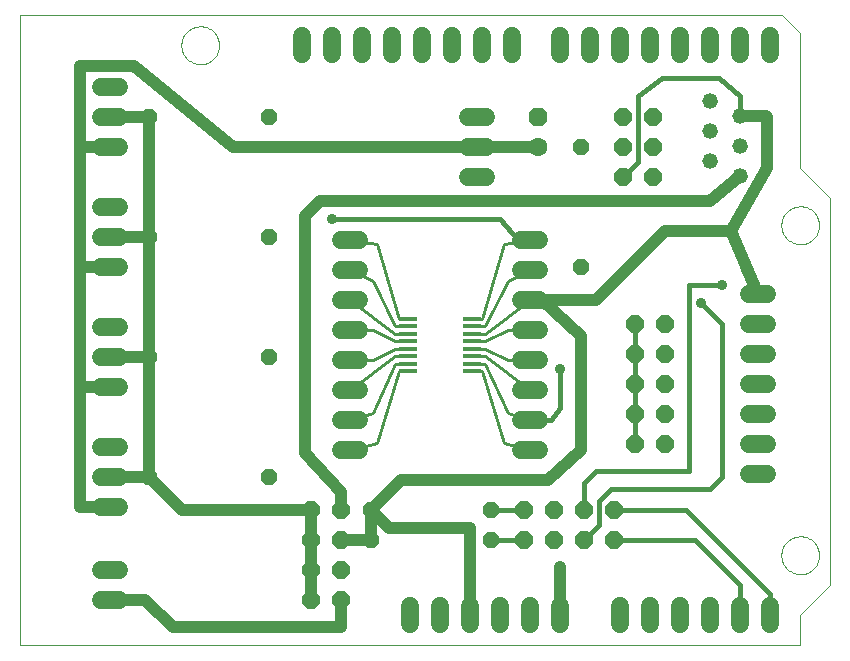
<source format=gtl>
G75*
G70*
%OFA0B0*%
%FSLAX24Y24*%
%IPPOS*%
%LPD*%
%AMOC8*
5,1,8,0,0,1.08239X$1,22.5*
%
%ADD10C,0.0000*%
%ADD11C,0.0600*%
%ADD12OC8,0.0520*%
%ADD13OC8,0.0600*%
%ADD14C,0.0520*%
%ADD15OC8,0.0630*%
%ADD16C,0.0630*%
%ADD17R,0.0591X0.0177*%
%ADD18C,0.0100*%
%ADD19C,0.0356*%
%ADD20C,0.0160*%
%ADD21C,0.0400*%
%ADD22C,0.0400*%
D10*
X002631Y000101D02*
X002631Y021101D01*
X028031Y021101D01*
X028631Y020501D01*
X028631Y016001D01*
X029631Y015001D01*
X029631Y002101D01*
X028631Y001101D01*
X028631Y000101D01*
X002631Y000101D01*
X028001Y003101D02*
X028003Y003151D01*
X028009Y003201D01*
X028019Y003250D01*
X028033Y003298D01*
X028050Y003345D01*
X028071Y003390D01*
X028096Y003434D01*
X028124Y003475D01*
X028156Y003514D01*
X028190Y003551D01*
X028227Y003585D01*
X028267Y003615D01*
X028309Y003642D01*
X028353Y003666D01*
X028399Y003687D01*
X028446Y003703D01*
X028494Y003716D01*
X028544Y003725D01*
X028593Y003730D01*
X028644Y003731D01*
X028694Y003728D01*
X028743Y003721D01*
X028792Y003710D01*
X028840Y003695D01*
X028886Y003677D01*
X028931Y003655D01*
X028974Y003629D01*
X029015Y003600D01*
X029054Y003568D01*
X029090Y003533D01*
X029122Y003495D01*
X029152Y003455D01*
X029179Y003412D01*
X029202Y003368D01*
X029221Y003322D01*
X029237Y003274D01*
X029249Y003225D01*
X029257Y003176D01*
X029261Y003126D01*
X029261Y003076D01*
X029257Y003026D01*
X029249Y002977D01*
X029237Y002928D01*
X029221Y002880D01*
X029202Y002834D01*
X029179Y002790D01*
X029152Y002747D01*
X029122Y002707D01*
X029090Y002669D01*
X029054Y002634D01*
X029015Y002602D01*
X028974Y002573D01*
X028931Y002547D01*
X028886Y002525D01*
X028840Y002507D01*
X028792Y002492D01*
X028743Y002481D01*
X028694Y002474D01*
X028644Y002471D01*
X028593Y002472D01*
X028544Y002477D01*
X028494Y002486D01*
X028446Y002499D01*
X028399Y002515D01*
X028353Y002536D01*
X028309Y002560D01*
X028267Y002587D01*
X028227Y002617D01*
X028190Y002651D01*
X028156Y002688D01*
X028124Y002727D01*
X028096Y002768D01*
X028071Y002812D01*
X028050Y002857D01*
X028033Y002904D01*
X028019Y002952D01*
X028009Y003001D01*
X028003Y003051D01*
X028001Y003101D01*
X028001Y014101D02*
X028003Y014151D01*
X028009Y014201D01*
X028019Y014250D01*
X028033Y014298D01*
X028050Y014345D01*
X028071Y014390D01*
X028096Y014434D01*
X028124Y014475D01*
X028156Y014514D01*
X028190Y014551D01*
X028227Y014585D01*
X028267Y014615D01*
X028309Y014642D01*
X028353Y014666D01*
X028399Y014687D01*
X028446Y014703D01*
X028494Y014716D01*
X028544Y014725D01*
X028593Y014730D01*
X028644Y014731D01*
X028694Y014728D01*
X028743Y014721D01*
X028792Y014710D01*
X028840Y014695D01*
X028886Y014677D01*
X028931Y014655D01*
X028974Y014629D01*
X029015Y014600D01*
X029054Y014568D01*
X029090Y014533D01*
X029122Y014495D01*
X029152Y014455D01*
X029179Y014412D01*
X029202Y014368D01*
X029221Y014322D01*
X029237Y014274D01*
X029249Y014225D01*
X029257Y014176D01*
X029261Y014126D01*
X029261Y014076D01*
X029257Y014026D01*
X029249Y013977D01*
X029237Y013928D01*
X029221Y013880D01*
X029202Y013834D01*
X029179Y013790D01*
X029152Y013747D01*
X029122Y013707D01*
X029090Y013669D01*
X029054Y013634D01*
X029015Y013602D01*
X028974Y013573D01*
X028931Y013547D01*
X028886Y013525D01*
X028840Y013507D01*
X028792Y013492D01*
X028743Y013481D01*
X028694Y013474D01*
X028644Y013471D01*
X028593Y013472D01*
X028544Y013477D01*
X028494Y013486D01*
X028446Y013499D01*
X028399Y013515D01*
X028353Y013536D01*
X028309Y013560D01*
X028267Y013587D01*
X028227Y013617D01*
X028190Y013651D01*
X028156Y013688D01*
X028124Y013727D01*
X028096Y013768D01*
X028071Y013812D01*
X028050Y013857D01*
X028033Y013904D01*
X028019Y013952D01*
X028009Y014001D01*
X028003Y014051D01*
X028001Y014101D01*
X008001Y020101D02*
X008003Y020151D01*
X008009Y020201D01*
X008019Y020250D01*
X008033Y020298D01*
X008050Y020345D01*
X008071Y020390D01*
X008096Y020434D01*
X008124Y020475D01*
X008156Y020514D01*
X008190Y020551D01*
X008227Y020585D01*
X008267Y020615D01*
X008309Y020642D01*
X008353Y020666D01*
X008399Y020687D01*
X008446Y020703D01*
X008494Y020716D01*
X008544Y020725D01*
X008593Y020730D01*
X008644Y020731D01*
X008694Y020728D01*
X008743Y020721D01*
X008792Y020710D01*
X008840Y020695D01*
X008886Y020677D01*
X008931Y020655D01*
X008974Y020629D01*
X009015Y020600D01*
X009054Y020568D01*
X009090Y020533D01*
X009122Y020495D01*
X009152Y020455D01*
X009179Y020412D01*
X009202Y020368D01*
X009221Y020322D01*
X009237Y020274D01*
X009249Y020225D01*
X009257Y020176D01*
X009261Y020126D01*
X009261Y020076D01*
X009257Y020026D01*
X009249Y019977D01*
X009237Y019928D01*
X009221Y019880D01*
X009202Y019834D01*
X009179Y019790D01*
X009152Y019747D01*
X009122Y019707D01*
X009090Y019669D01*
X009054Y019634D01*
X009015Y019602D01*
X008974Y019573D01*
X008931Y019547D01*
X008886Y019525D01*
X008840Y019507D01*
X008792Y019492D01*
X008743Y019481D01*
X008694Y019474D01*
X008644Y019471D01*
X008593Y019472D01*
X008544Y019477D01*
X008494Y019486D01*
X008446Y019499D01*
X008399Y019515D01*
X008353Y019536D01*
X008309Y019560D01*
X008267Y019587D01*
X008227Y019617D01*
X008190Y019651D01*
X008156Y019688D01*
X008124Y019727D01*
X008096Y019768D01*
X008071Y019812D01*
X008050Y019857D01*
X008033Y019904D01*
X008019Y019952D01*
X008009Y020001D01*
X008003Y020051D01*
X008001Y020101D01*
D11*
X005931Y018701D02*
X005331Y018701D01*
X005331Y017701D02*
X005931Y017701D01*
X005931Y016701D02*
X005331Y016701D01*
X005331Y014701D02*
X005931Y014701D01*
X005931Y013701D02*
X005331Y013701D01*
X005331Y012701D02*
X005931Y012701D01*
X005931Y010701D02*
X005331Y010701D01*
X005331Y009701D02*
X005931Y009701D01*
X005931Y008701D02*
X005331Y008701D01*
X005331Y006701D02*
X005931Y006701D01*
X005931Y005701D02*
X005331Y005701D01*
X005331Y004701D02*
X005931Y004701D01*
X005931Y002601D02*
X005331Y002601D01*
X005331Y001601D02*
X005931Y001601D01*
X013331Y006601D02*
X013931Y006601D01*
X013931Y007601D02*
X013331Y007601D01*
X013331Y008601D02*
X013931Y008601D01*
X013931Y009601D02*
X013331Y009601D01*
X013331Y010601D02*
X013931Y010601D01*
X013931Y011601D02*
X013331Y011601D01*
X013331Y012601D02*
X013931Y012601D01*
X013931Y013601D02*
X013331Y013601D01*
X017556Y015701D02*
X018156Y015701D01*
X018156Y016701D02*
X017556Y016701D01*
X017556Y017701D02*
X018156Y017701D01*
X018031Y019801D02*
X018031Y020401D01*
X019031Y020401D02*
X019031Y019801D01*
X020631Y019801D02*
X020631Y020401D01*
X021631Y020401D02*
X021631Y019801D01*
X022631Y019801D02*
X022631Y020401D01*
X023631Y020401D02*
X023631Y019801D01*
X024631Y019801D02*
X024631Y020401D01*
X025631Y020401D02*
X025631Y019801D01*
X026631Y019801D02*
X026631Y020401D01*
X027631Y020401D02*
X027631Y019801D01*
X019931Y013601D02*
X019331Y013601D01*
X019331Y012601D02*
X019931Y012601D01*
X019931Y011601D02*
X019331Y011601D01*
X019331Y010601D02*
X019931Y010601D01*
X019931Y009601D02*
X019331Y009601D01*
X019331Y008601D02*
X019931Y008601D01*
X019931Y007601D02*
X019331Y007601D01*
X019331Y006601D02*
X019931Y006601D01*
X026931Y006801D02*
X027531Y006801D01*
X027531Y007801D02*
X026931Y007801D01*
X026931Y008801D02*
X027531Y008801D01*
X027531Y009801D02*
X026931Y009801D01*
X026931Y010801D02*
X027531Y010801D01*
X027531Y011801D02*
X026931Y011801D01*
X026931Y005801D02*
X027531Y005801D01*
X027631Y001401D02*
X027631Y000801D01*
X026631Y000801D02*
X026631Y001401D01*
X025631Y001401D02*
X025631Y000801D01*
X024631Y000801D02*
X024631Y001401D01*
X023631Y001401D02*
X023631Y000801D01*
X022631Y000801D02*
X022631Y001401D01*
X020631Y001401D02*
X020631Y000801D01*
X019631Y000801D02*
X019631Y001401D01*
X018631Y001401D02*
X018631Y000801D01*
X017631Y000801D02*
X017631Y001401D01*
X016631Y001401D02*
X016631Y000801D01*
X015631Y000801D02*
X015631Y001401D01*
X016031Y019801D02*
X016031Y020401D01*
X017031Y020401D02*
X017031Y019801D01*
X015031Y019801D02*
X015031Y020401D01*
X014031Y020401D02*
X014031Y019801D01*
X013031Y019801D02*
X013031Y020401D01*
X012031Y020401D02*
X012031Y019801D01*
D12*
X010931Y017701D03*
X006931Y017701D03*
X006931Y013701D03*
X010931Y013701D03*
X010931Y009701D03*
X006931Y009701D03*
X006931Y005701D03*
X010931Y005701D03*
X014331Y004601D03*
X014331Y003601D03*
X018331Y003601D03*
X018331Y004601D03*
X021331Y012701D03*
X021331Y016701D03*
D13*
X022731Y016701D03*
X023731Y016701D03*
X023731Y017701D03*
X022731Y017701D03*
X022731Y015701D03*
X023731Y015701D03*
X024131Y010801D03*
X023131Y010801D03*
X023131Y009801D03*
X024131Y009801D03*
X024131Y008801D03*
X023131Y008801D03*
X023131Y007801D03*
X024131Y007801D03*
X024131Y006801D03*
X023131Y006801D03*
X022431Y004601D03*
X021431Y004601D03*
X020431Y004601D03*
X019431Y004601D03*
X019431Y003601D03*
X020431Y003601D03*
X021431Y003601D03*
X022431Y003601D03*
X013331Y003601D03*
X012331Y003601D03*
X012331Y004601D03*
X013331Y004601D03*
X013331Y002601D03*
X013331Y001601D03*
X012331Y001601D03*
X012331Y002601D03*
D14*
X026631Y015751D03*
X025631Y016251D03*
X026631Y016751D03*
X025631Y017251D03*
X026631Y017751D03*
X025631Y018251D03*
D15*
X019881Y017701D03*
D16*
X019881Y016701D03*
D17*
X017690Y010976D03*
X017690Y010726D03*
X017690Y010476D03*
X017690Y010226D03*
X017690Y009976D03*
X017690Y009726D03*
X017690Y009476D03*
X017690Y009226D03*
X015571Y009226D03*
X015571Y009476D03*
X015571Y009726D03*
X015571Y009976D03*
X015571Y010226D03*
X015571Y010476D03*
X015571Y010726D03*
X015571Y010976D03*
D18*
X015256Y010976D01*
X014506Y013476D01*
X013631Y013601D01*
X013631Y012601D02*
X014381Y012226D01*
X015131Y010726D01*
X015571Y010726D01*
X015571Y010476D02*
X015131Y010476D01*
X013631Y011601D01*
X013631Y010601D02*
X014381Y010601D01*
X015131Y010226D01*
X015571Y010226D01*
X015571Y009976D02*
X015131Y009976D01*
X014381Y009601D01*
X013631Y009601D01*
X013631Y008601D02*
X015131Y009726D01*
X015571Y009726D01*
X015571Y009476D02*
X015131Y009476D01*
X014381Y007851D01*
X013631Y007601D01*
X013631Y006601D02*
X014506Y006851D01*
X015256Y009226D01*
X015571Y009226D01*
X017690Y009226D02*
X018006Y009226D01*
X018756Y006851D01*
X019631Y006601D01*
X019631Y007601D02*
X018881Y007851D01*
X018131Y009476D01*
X017690Y009476D01*
X017690Y009726D02*
X018131Y009726D01*
X019631Y008601D01*
X019631Y009601D02*
X018881Y009601D01*
X018131Y009976D01*
X017690Y009976D01*
X017690Y010226D02*
X018131Y010226D01*
X018881Y010601D01*
X019631Y010601D01*
X019631Y011601D02*
X018131Y010476D01*
X017690Y010476D01*
X017690Y010726D02*
X018131Y010726D01*
X018881Y012226D01*
X019631Y012601D01*
X019631Y013601D02*
X018756Y013476D01*
X018006Y010976D01*
X017690Y010976D01*
D19*
X020631Y009301D03*
X025331Y011501D03*
X026031Y012101D03*
X013031Y014301D03*
D20*
X018631Y014301D01*
X019231Y013601D01*
X019631Y013601D01*
X022731Y015701D02*
X023231Y016201D01*
X023231Y018401D01*
X024031Y019001D01*
X025931Y019001D01*
X026631Y018401D01*
X026631Y017751D01*
X026031Y012101D02*
X024931Y012101D01*
X024931Y005901D01*
X021831Y005901D01*
X021431Y005501D01*
X021431Y004601D01*
X021931Y004901D02*
X022331Y005301D01*
X025631Y005301D01*
X026031Y005701D01*
X026031Y010801D01*
X025331Y011501D01*
X023131Y010801D02*
X023131Y009801D01*
X023131Y008801D01*
X023131Y007801D01*
X023131Y006801D01*
X020631Y008001D02*
X020631Y009301D01*
X020631Y008001D02*
X020331Y007601D01*
X019631Y007601D01*
X021931Y004901D02*
X021931Y004101D01*
X021431Y003601D01*
X022431Y003601D02*
X025131Y003601D01*
X026631Y002101D01*
X026631Y001101D01*
X027631Y001101D02*
X027631Y001801D01*
X024831Y004601D01*
X022431Y004601D01*
X019431Y004601D02*
X018331Y004601D01*
X018131Y004601D01*
X018131Y003601D02*
X018331Y003601D01*
X019431Y003601D01*
D21*
X020631Y002701D02*
X020631Y001101D01*
X017631Y001101D02*
X017631Y004001D01*
X014931Y004001D01*
X014331Y004601D01*
X015331Y005601D01*
X020231Y005601D01*
X021331Y006601D01*
X021331Y010401D01*
X020031Y011601D01*
X021831Y011601D01*
X024131Y013901D01*
X026331Y013901D01*
X027231Y011801D01*
X026831Y012701D01*
X026331Y013901D02*
X027531Y016001D01*
X027531Y017701D01*
X027481Y017751D01*
X026631Y017751D01*
X026631Y015751D02*
X025631Y014901D01*
X012631Y014901D01*
X012131Y014401D01*
X012131Y006501D01*
X013331Y005201D01*
X013331Y004601D01*
X014331Y004601D02*
X014331Y003601D01*
X013331Y003601D01*
X012331Y003601D02*
X012331Y002601D01*
X012331Y001601D01*
X013331Y001601D02*
X013331Y000701D01*
X007725Y000701D01*
X006789Y001600D01*
X005631Y001601D01*
X005631Y004701D02*
X004631Y004701D01*
X004631Y008701D01*
X004631Y012701D01*
X004631Y016701D01*
X004631Y019401D01*
X006431Y019401D01*
X009731Y016701D01*
X017856Y016701D01*
X019881Y016701D01*
X020031Y011601D02*
X019631Y011601D01*
X012331Y004601D02*
X008031Y004601D01*
X006931Y005701D01*
X006931Y009701D01*
X006931Y013701D01*
X006931Y017701D01*
X005631Y017701D01*
X005631Y016701D02*
X004631Y016701D01*
X005631Y013701D02*
X006931Y013701D01*
X005631Y012701D02*
X004631Y012701D01*
X005631Y009701D02*
X006931Y009701D01*
X005631Y008701D02*
X004631Y008701D01*
X005631Y005701D02*
X006931Y005701D01*
X012331Y004601D02*
X012331Y003601D01*
D22*
X020631Y002701D03*
M02*

</source>
